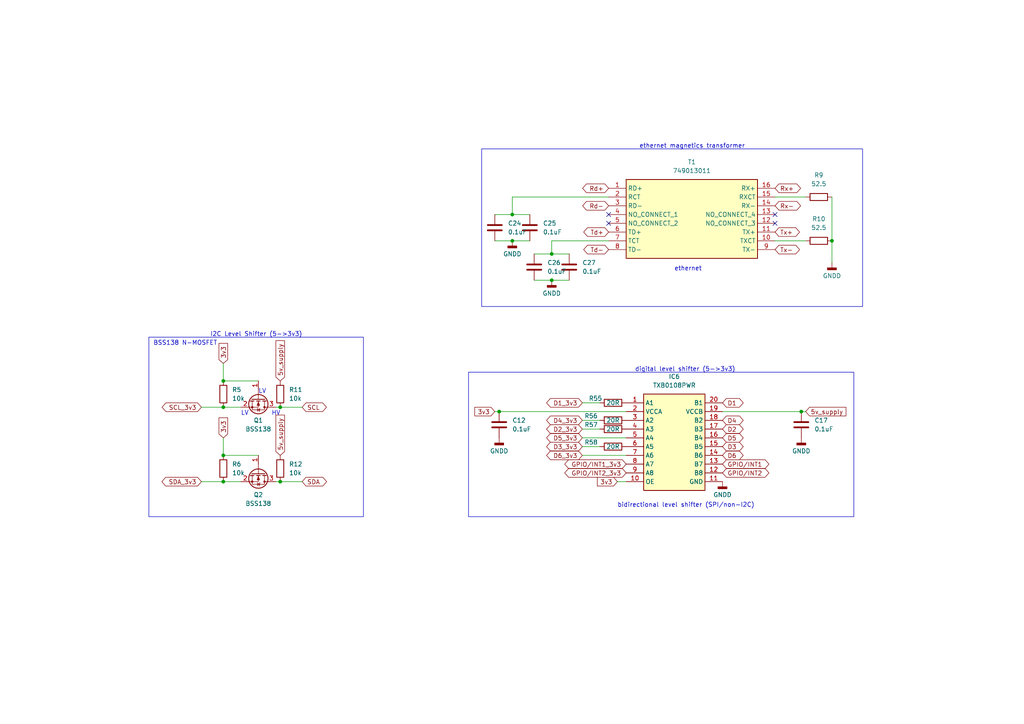
<source format=kicad_sch>
(kicad_sch (version 20231120) (generator "eeschema") (generator_version "8.0")
  (paper "A4")
  (lib_symbols
    (symbol "21xt_symbols:749013011"
      (property "Reference" "T" (at 44.45 7.62 0))
      (property "Value" "749013011" (at 44.45 5.08 0))
      (symbol "749013011_1_1"
        (rectangle (start 5.08 2.54) (end 43.18 -20.32) (stroke (width 0.254)) (fill (type background)))
        (pin passive line (at 0 0 0) (length 5.08) (name "RD+") (number "1"))
        (pin passive line (at 48.26 -15.24 180) (length 5.08) (name "TXCT") (number "10"))
        (pin passive line (at 48.26 -12.7 180) (length 5.08) (name "TX+") (number "11"))
        (pin passive line (at 48.26 -10.16 180) (length 5.08) (name "NO_CONNECT_3") (number "12"))
        (pin passive line (at 48.26 -7.62 180) (length 5.08) (name "NO_CONNECT_4") (number "13"))
        (pin passive line (at 48.26 -5.08 180) (length 5.08) (name "RX-") (number "14"))
        (pin passive line (at 48.26 -2.54 180) (length 5.08) (name "RXCT") (number "15"))
        (pin passive line (at 48.26 0 180) (length 5.08) (name "RX+") (number "16"))
        (pin passive line (at 0 -2.54 0) (length 5.08) (name "RCT") (number "2"))
        (pin passive line (at 0 -5.08 0) (length 5.08) (name "RD-") (number "3"))
        (pin passive line (at 0 -7.62 0) (length 5.08) (name "NO_CONNECT_1") (number "4"))
        (pin passive line (at 0 -10.16 0) (length 5.08) (name "NO_CONNECT_2") (number "5"))
        (pin passive line (at 0 -12.7 0) (length 5.08) (name "TD+") (number "6"))
        (pin passive line (at 0 -15.24 0) (length 5.08) (name "TCT") (number "7"))
        (pin passive line (at 0 -17.78 0) (length 5.08) (name "TD-") (number "8"))
        (pin passive line (at 48.26 -17.78 180) (length 5.08) (name "TX-") (number "9"))
      )
    )
    (symbol "21xt_symbols:TXB0108PWR"
      (property "Reference" "IC" (at 24.13 7.62 0))
      (property "Value" "TXB0108PWR" (at 24.13 5.08 0))
      (symbol "TXB0108PWR_1_1"
        (rectangle (start 5.08 2.54) (end 22.86 -25.4) (stroke (width 0.254)) (fill (type background)))
        (pin passive line (at 0 0 0) (length 5.08) (name "A1") (number "1"))
        (pin passive line (at 0 -22.86 0) (length 5.08) (name "OE") (number "10"))
        (pin passive line (at 27.94 -22.86 180) (length 5.08) (name "GND") (number "11"))
        (pin passive line (at 27.94 -20.32 180) (length 5.08) (name "B8") (number "12"))
        (pin passive line (at 27.94 -17.78 180) (length 5.08) (name "B7") (number "13"))
        (pin passive line (at 27.94 -15.24 180) (length 5.08) (name "B6") (number "14"))
        (pin passive line (at 27.94 -12.7 180) (length 5.08) (name "B5") (number "15"))
        (pin passive line (at 27.94 -10.16 180) (length 5.08) (name "B4") (number "16"))
        (pin passive line (at 27.94 -7.62 180) (length 5.08) (name "B3") (number "17"))
        (pin passive line (at 27.94 -5.08 180) (length 5.08) (name "B2") (number "18"))
        (pin passive line (at 27.94 -2.54 180) (length 5.08) (name "VCCB") (number "19"))
        (pin passive line (at 0 -2.54 0) (length 5.08) (name "VCCA") (number "2"))
        (pin passive line (at 27.94 0 180) (length 5.08) (name "B1") (number "20"))
        (pin passive line (at 0 -5.08 0) (length 5.08) (name "A2") (number "3"))
        (pin passive line (at 0 -7.62 0) (length 5.08) (name "A3") (number "4"))
        (pin passive line (at 0 -10.16 0) (length 5.08) (name "A4") (number "5"))
        (pin passive line (at 0 -12.7 0) (length 5.08) (name "A5") (number "6"))
        (pin passive line (at 0 -15.24 0) (length 5.08) (name "A6") (number "7"))
        (pin passive line (at 0 -17.78 0) (length 5.08) (name "A7") (number "8"))
        (pin passive line (at 0 -20.32 0) (length 5.08) (name "A8") (number "9"))
      )
    )
    (symbol "Device:C" (pin_numbers hide) (pin_names (offset 0.254))
      (property "Reference" "C" (at 0.635 2.54 0))
      (property "Value" "C" (at 0.635 -2.54 0))
      (symbol "C_0_1"
        (polyline (pts (xy -2.032 -0.762) (xy 2.032 -0.762)) (stroke (width 0.508)))
        (polyline (pts (xy -2.032 0.762) (xy 2.032 0.762)) (stroke (width 0.508)))
      )
      (symbol "C_1_1"
        (pin passive line (at 0 3.81 270) (length 2.794) (name "~") (number "1"))
        (pin passive line (at 0 -3.81 90) (length 2.794) (name "~") (number "2"))
      )
    )
    (symbol "Device:R" (pin_numbers hide) (pin_names (offset 0))
      (property "Reference" "R" (at 2.032 0 90))
      (property "Value" "R" (at 0 0 90))
      (symbol "R_0_1"
        (rectangle (start -1.016 -2.54) (end 1.016 2.54) (stroke (width 0.254)))
      )
      (symbol "R_1_1"
        (pin passive line (at 0 3.81 270) (length 1.27) (name "~") (number "1"))
        (pin passive line (at 0 -3.81 90) (length 1.27) (name "~") (number "2"))
      )
    )
    (symbol "Transistor_FET:BSS138" (pin_names hide)
      (property "Reference" "Q" (at 5.08 1.905 0))
      (property "Value" "BSS138" (at 5.08 0 0))
      (symbol "BSS138_0_1"
        (polyline (pts (xy 0.254 0) (xy -2.54 0)))
        (polyline (pts (xy 0.254 1.905) (xy 0.254 -1.905)) (stroke (width 0.254)))
        (polyline (pts (xy 0.762 -1.27) (xy 0.762 -2.286)) (stroke (width 0.254)))
        (polyline (pts (xy 0.762 0.508) (xy 0.762 -0.508)) (stroke (width 0.254)))
        (polyline (pts (xy 0.762 2.286) (xy 0.762 1.27)) (stroke (width 0.254)))
        (polyline (pts (xy 2.54 2.54) (xy 2.54 1.778)))
        (polyline (pts (xy 2.54 -2.54) (xy 2.54 0) (xy 0.762 0)))
        (polyline (pts (xy 0.762 -1.778) (xy 3.302 -1.778) (xy 3.302 1.778) (xy 0.762 1.778)))
        (polyline (pts (xy 1.016 0) (xy 2.032 0.381) (xy 2.032 -0.381) (xy 1.016 0)) (fill (type outline)))
        (polyline (pts (xy 2.794 0.508) (xy 2.921 0.381) (xy 3.683 0.381) (xy 3.81 0.254)))
        (polyline (pts (xy 3.302 0.381) (xy 2.921 -0.254) (xy 3.683 -0.254) (xy 3.302 0.381)))
        (circle (center 1.651 0) (radius 2.794) (stroke (width 0.254)))
        (circle (center 2.54 -1.778) (radius 0.254) (fill (type outline)))
        (circle (center 2.54 1.778) (radius 0.254) (fill (type outline)))
      )
      (symbol "BSS138_1_1"
        (pin input line (at -5.08 0 0) (length 2.54) (name "G") (number "1"))
        (pin passive line (at 2.54 -5.08 90) (length 2.54) (name "S") (number "2"))
        (pin passive line (at 2.54 5.08 270) (length 2.54) (name "D") (number "3"))
      )
    )
    (symbol "power:GNDD" (power) (pin_names (offset 0))
      (property "Value" "GNDD" (at 0 -3.175 0))
      (symbol "GNDD_0_1"
        (rectangle (start -1.27 -1.524) (end 1.27 -2.032) (stroke (width 0.254)) (fill (type outline)))
        (polyline (pts (xy 0 0) (xy 0 -1.524)))
      )
      (symbol "GNDD_1_1"
        (pin power_in line (at 0 0 270) (length 0) hide (name "GNDD") (number "1"))
      )
    )
  )
  (junction (at 81.28 118.11))
  (junction (at 241.3 69.85))
  (junction (at 81.28 139.7))
  (junction (at 64.77 118.11))
  (junction (at 148.59 62.23))
  (junction (at 64.77 139.7))
  (junction (at 64.77 132.08))
  (junction (at 148.59 69.85))
  (junction (at 232.41 119.38))
  (junction (at 160.02 81.28))
  (junction (at 160.02 73.66))
  (junction (at 64.77 110.49))
  (junction (at 144.78 119.38))
  (no_connect (at 224.79 62.23))
  (no_connect (at 224.79 64.77))
  (no_connect (at 176.53 62.23))
  (no_connect (at 176.53 64.77))
  (wire (pts (xy 143.51 69.85) (xy 148.59 69.85)))
  (wire (pts (xy 64.77 139.7) (xy 69.85 139.7)))
  (wire (pts (xy 233.68 69.85) (xy 224.79 69.85)))
  (wire (pts (xy 87.63 118.11) (xy 81.28 118.11)))
  (wire (pts (xy 241.3 57.15) (xy 241.3 69.85)))
  (wire (pts (xy 143.51 62.23) (xy 148.59 62.23)))
  (wire (pts (xy 148.59 62.23) (xy 153.67 62.23)))
  (wire (pts (xy 241.3 69.85) (xy 241.3 76.2)))
  (wire (pts (xy 232.41 119.38) (xy 233.68 119.38)))
  (wire (pts (xy 148.59 57.15) (xy 148.59 62.23)))
  (wire (pts (xy 64.77 105.41) (xy 64.77 110.49)))
  (wire (pts (xy 160.02 81.28) (xy 165.1 81.28)))
  (wire (pts (xy 168.91 127) (xy 181.61 127)))
  (wire (pts (xy 64.77 127) (xy 64.77 132.08)))
  (wire (pts (xy 148.59 69.85) (xy 153.67 69.85)))
  (wire (pts (xy 160.02 73.66) (xy 165.1 73.66)))
  (wire (pts (xy 58.42 118.11) (xy 64.77 118.11)))
  (wire (pts (xy 224.79 57.15) (xy 233.68 57.15)))
  (wire (pts (xy 168.91 132.08) (xy 181.61 132.08)))
  (wire (pts (xy 81.28 139.7) (xy 80.01 139.7)))
  (wire (pts (xy 154.94 81.28) (xy 160.02 81.28)))
  (wire (pts (xy 143.51 119.38) (xy 144.78 119.38)))
  (wire (pts (xy 179.07 139.7) (xy 181.61 139.7)))
  (wire (pts (xy 168.91 116.84) (xy 173.99 116.84)))
  (wire (pts (xy 81.28 118.11) (xy 80.01 118.11)))
  (wire (pts (xy 64.77 110.49) (xy 74.93 110.49)))
  (wire (pts (xy 64.77 118.11) (xy 69.85 118.11)))
  (wire (pts (xy 168.91 121.92) (xy 173.99 121.92)))
  (wire (pts (xy 168.91 124.46) (xy 173.99 124.46)))
  (wire (pts (xy 176.53 57.15) (xy 148.59 57.15)))
  (wire (pts (xy 176.53 69.85) (xy 160.02 69.85)))
  (wire (pts (xy 58.42 139.7) (xy 64.77 139.7)))
  (wire (pts (xy 209.55 119.38) (xy 232.41 119.38)))
  (wire (pts (xy 160.02 69.85) (xy 160.02 73.66)))
  (wire (pts (xy 144.78 119.38) (xy 181.61 119.38)))
  (wire (pts (xy 168.91 129.54) (xy 173.99 129.54)))
  (wire (pts (xy 64.77 132.08) (xy 74.93 132.08)))
  (wire (pts (xy 87.63 139.7) (xy 81.28 139.7)))
  (wire (pts (xy 154.94 73.66) (xy 160.02 73.66)))
  (rectangle (start 43.18 97.79) (end 105.41 149.86))
  (rectangle (start 135.89 107.95) (end 247.65 149.86))
  (rectangle (start 139.7 43.18) (end 250.19 88.9))
  (text "I2C Level Shifter (5->3v3)" (at 60.96 97.79 0) (effects (font (size 1.27 1.27)) (justify left bottom)))
  (text "ethernet magnetics transformer" (at 185.42 43.18 0) (effects (font (size 1.27 1.27)) (justify left bottom)))
  (text "HV" (at 78.74 120.65 0) (effects (font (size 1.27 1.27)) (justify left bottom)))
  (text "digital level shifter (5->3v3)" (at 184.15 107.95 0) (effects (font (size 1.27 1.27)) (justify left bottom)))
  (text "LV" (at 74.93 114.3 0) (effects (font (size 1.27 1.27)) (justify left bottom)))
  (text "bidirectional level shifter (SPI/non-I2C)" (at 179.07 147.32 0) (effects (font (size 1.27 1.27)) (justify left bottom)))
  (text "LV" (at 69.85 120.65 0) (effects (font (size 1.27 1.27)) (justify left bottom)))
  (text "BSS138 N-MOSFET" (at 44.45 100.33 0) (effects (font (size 1.27 1.27)) (justify left bottom)))
  (text "ethernet" (at 195.58 78.74 0) (effects (font (size 1.27 1.27)) (justify left bottom)))
  (global_label "Td-" (shape bidirectional) (at 176.53 72.39 180) (property "Intersheetrefs" "${INTERSHEET_REFS}" (effects (hide yes))))
  (global_label "Tx+" (shape bidirectional) (at 224.79 67.31 0) (property "Intersheetrefs" "${INTERSHEET_REFS}" (effects (hide yes))))
  (global_label "5v_supply" (shape input) (at 81.28 132.08 90) (property "Intersheetrefs" "${INTERSHEET_REFS}" (effects (hide yes))))
  (global_label "SCL_3v3" (shape bidirectional) (at 58.42 118.11 180) (property "Intersheetrefs" "${INTERSHEET_REFS}" (effects (hide yes))))
  (global_label "5v_supply" (shape input) (at 81.28 110.49 90) (property "Intersheetrefs" "${INTERSHEET_REFS}" (effects (hide yes))))
  (global_label "D4_3v3" (shape bidirectional) (at 168.91 121.92 180) (property "Intersheetrefs" "${INTERSHEET_REFS}" (effects (hide yes))))
  (global_label "D3_3v3" (shape bidirectional) (at 168.91 129.54 180) (property "Intersheetrefs" "${INTERSHEET_REFS}" (effects (hide yes))))
  (global_label "Rd+" (shape bidirectional) (at 176.53 54.61 180) (property "Intersheetrefs" "${INTERSHEET_REFS}" (effects (hide yes))))
  (global_label "Rd-" (shape bidirectional) (at 176.53 59.69 180) (property "Intersheetrefs" "${INTERSHEET_REFS}" (effects (hide yes))))
  (global_label "GPIO{slash}INT1_3v3" (shape bidirectional) (at 181.61 134.62 180) (property "Intersheetrefs" "${INTERSHEET_REFS}" (effects (hide yes))))
  (global_label "5v_supply" (shape input) (at 233.68 119.38 0) (property "Intersheetrefs" "${INTERSHEET_REFS}" (effects (hide yes))))
  (global_label "GPIO{slash}INT2_3v3" (shape bidirectional) (at 181.61 137.16 180) (property "Intersheetrefs" "${INTERSHEET_REFS}" (effects (hide yes))))
  (global_label "SDA" (shape bidirectional) (at 87.63 139.7 0) (property "Intersheetrefs" "${INTERSHEET_REFS}" (effects (hide yes))))
  (global_label "3v3" (shape input) (at 64.77 127 90) (property "Intersheetrefs" "${INTERSHEET_REFS}" (effects (hide yes))))
  (global_label "D2_3v3" (shape bidirectional) (at 168.91 124.46 180) (property "Intersheetrefs" "${INTERSHEET_REFS}" (effects (hide yes))))
  (global_label "Td+" (shape bidirectional) (at 176.53 67.31 180) (property "Intersheetrefs" "${INTERSHEET_REFS}" (effects (hide yes))))
  (global_label "SDA_3v3" (shape bidirectional) (at 58.42 139.7 180) (property "Intersheetrefs" "${INTERSHEET_REFS}" (effects (hide yes))))
  (global_label "3v3" (shape input) (at 143.51 119.38 180) (property "Intersheetrefs" "${INTERSHEET_REFS}" (effects (hide yes))))
  (global_label "Rx-" (shape bidirectional) (at 224.79 59.69 0) (property "Intersheetrefs" "${INTERSHEET_REFS}" (effects (hide yes))))
  (global_label "D3" (shape bidirectional) (at 209.55 129.54 0) (property "Intersheetrefs" "${INTERSHEET_REFS}" (effects (hide yes))))
  (global_label "GPIO{slash}INT2" (shape bidirectional) (at 209.55 137.16 0) (property "Intersheetrefs" "${INTERSHEET_REFS}" (effects (hide yes))))
  (global_label "D6_3v3" (shape bidirectional) (at 168.91 132.08 180) (property "Intersheetrefs" "${INTERSHEET_REFS}" (effects (hide yes))))
  (global_label "3v3" (shape input) (at 179.07 139.7 180) (property "Intersheetrefs" "${INTERSHEET_REFS}" (effects (hide yes))))
  (global_label "D1_3v3" (shape bidirectional) (at 168.91 116.84 180) (property "Intersheetrefs" "${INTERSHEET_REFS}" (effects (hide yes))))
  (global_label "3v3" (shape input) (at 64.77 105.41 90) (property "Intersheetrefs" "${INTERSHEET_REFS}" (effects (hide yes))))
  (global_label "D5_3v3" (shape bidirectional) (at 168.91 127 180) (property "Intersheetrefs" "${INTERSHEET_REFS}" (effects (hide yes))))
  (global_label "D2" (shape bidirectional) (at 209.55 124.46 0) (property "Intersheetrefs" "${INTERSHEET_REFS}" (effects (hide yes))))
  (global_label "SCL" (shape bidirectional) (at 87.63 118.11 0) (property "Intersheetrefs" "${INTERSHEET_REFS}" (effects (hide yes))))
  (global_label "D4" (shape bidirectional) (at 209.55 121.92 0) (property "Intersheetrefs" "${INTERSHEET_REFS}" (effects (hide yes))))
  (global_label "Tx-" (shape bidirectional) (at 224.79 72.39 0) (property "Intersheetrefs" "${INTERSHEET_REFS}" (effects (hide yes))))
  (global_label "Rx+" (shape bidirectional) (at 224.79 54.61 0) (property "Intersheetrefs" "${INTERSHEET_REFS}" (effects (hide yes))))
  (global_label "D1" (shape bidirectional) (at 209.55 116.84 0) (property "Intersheetrefs" "${INTERSHEET_REFS}" (effects (hide yes))))
  (global_label "D6" (shape bidirectional) (at 209.55 132.08 0) (property "Intersheetrefs" "${INTERSHEET_REFS}" (effects (hide yes))))
  (global_label "D5" (shape bidirectional) (at 209.55 127 0) (property "Intersheetrefs" "${INTERSHEET_REFS}" (effects (hide yes))))
  (global_label "GPIO{slash}INT1" (shape bidirectional) (at 209.55 134.62 0) (property "Intersheetrefs" "${INTERSHEET_REFS}" (effects (hide yes))))
  (symbol (lib_id "power:GNDD") (at 144.78 127 0) (unit 1)
    (property "Reference" "#PWR07" (effects (hide yes)))
    (property "Value" "GNDD" (at 144.78 130.81 0))
  )
  (symbol (lib_id "21xt_symbols:749013011") (at 176.53 54.61 0) (unit 1)
    (property "Reference" "T1" (at 200.66 46.99 0))
    (property "Value" "749013011" (at 200.66 49.53 0))
    (property "Footprint" "21xt_footprints:749013011" (effects (hide yes)))
    (property "Datasheet" "https://www.we-online.de/katalog/datasheet/749013011.pdf" (effects (hide yes)))
    (property "Height" "5.33" (effects (hide yes)))
    (property "Mouser Part Number" "710-749013011" (effects (hide yes)))
    (property "Mouser Price/Stock" "https://www.mouser.co.uk/ProductDetail/Wurth-Elektronik/749013011?qs=2sV1BwmkawRYxGj1O9AWzA%3D%3D" (effects (hide yes)))
    (property "Manufacturer_Name" "Wurth Elektronik" (effects (hide yes)))
    (property "Manufacturer_Part_Number" "749013011" (effects (hide yes)))
  )
  (symbol (lib_id "power:GNDD") (at 209.55 139.7 0) (unit 1)
    (property "Reference" "#PWR011" (effects (hide yes)))
    (property "Value" "GNDD" (at 209.55 143.51 0))
  )
  (symbol (lib_id "Device:C") (at 153.67 66.04 0) (unit 1)
    (property "Reference" "C25" (at 157.48 64.77 0) (effects (justify left)))
    (property "Value" "0.1uF" (at 157.48 67.31 0) (effects (justify left)))
    (property "Footprint" "Capacitor_SMD:C_0402_1005Metric" (effects (hide yes)))
  )
  (symbol (lib_id "power:GNDD") (at 160.02 81.28 0) (unit 1)
    (property "Reference" "#PWR035" (effects (hide yes)))
    (property "Value" "GNDD" (at 160.02 85.09 0))
  )
  (symbol (lib_id "power:GNDD") (at 232.41 127 0) (unit 1)
    (property "Reference" "#PWR015" (effects (hide yes)))
    (property "Value" "GNDD" (at 232.41 130.81 0))
  )
  (symbol (lib_id "Device:R") (at 64.77 135.89 0) (unit 1)
    (property "Reference" "R6" (at 67.31 134.62 0) (effects (justify left)))
    (property "Value" "10k" (at 67.31 137.16 0) (effects (justify left)))
    (property "Footprint" "Resistor_SMD:R_0402_1005Metric" (effects (hide yes)))
  )
  (symbol (lib_id "power:GNDD") (at 148.59 69.85 0) (unit 1)
    (property "Reference" "#PWR030" (effects (hide yes)))
    (property "Value" "GNDD" (at 148.59 73.66 0))
  )
  (symbol (lib_id "Device:R") (at 177.8 121.92 90) (unit 1)
    (property "Reference" "R56" (at 171.45 120.65 90))
    (property "Value" "20R" (at 177.8 121.92 90))
    (property "Footprint" "Resistor_SMD:R_0402_1005Metric" (effects (hide yes)))
  )
  (symbol (lib_id "Transistor_FET:BSS138") (at 74.93 115.57 270) (unit 1)
    (property "Reference" "Q1" (at 74.93 121.92 90))
    (property "Value" "BSS138" (at 74.93 124.46 90))
    (property "Footprint" "Package_TO_SOT_SMD:SOT-23" (effects (hide yes)))
    (property "Datasheet" "https://www.onsemi.com/pub/Collateral/BSS138-D.PDF" (effects (hide yes)))
    (property "Description" "50V Vds, 0.22A Id, N-Channel MOSFET, SOT-23" (effects (hide yes)))
  )
  (symbol (lib_id "Device:C") (at 232.41 123.19 0) (unit 1)
    (property "Reference" "C17" (at 236.22 121.92 0) (effects (justify left)))
    (property "Value" "0.1uF" (at 236.22 124.46 0) (effects (justify left)))
    (property "Footprint" "Capacitor_SMD:C_0402_1005Metric" (effects (hide yes)))
  )
  (symbol (lib_id "21xt_symbols:TXB0108PWR") (at 181.61 116.84 0) (unit 1)
    (property "Reference" "IC6" (at 195.58 109.22 0))
    (property "Value" "TXB0108PWR" (at 195.58 111.76 0))
    (property "Footprint" "21xt_footprints:SOP65P640X120-20N" (effects (hide yes)))
    (property "Datasheet" "http://www.ti.com/lit/ds/symlink/txb0108.pdf" (effects (hide yes)))
    (property "Height" "1.2" (effects (hide yes)))
    (property "Mouser Part Number" "595-TXB0108PWR" (effects (hide yes)))
    (property "Mouser Price/Stock" "https://www.mouser.co.uk/ProductDetail/Texas-Instruments/TXB0108PWR?qs=oFXvjAmG9EgEUWGWzOVFCA%3D%3D" (effects (hide yes)))
    (property "Manufacturer_Name" "Texas Instruments" (effects (hide yes)))
    (property "Manufacturer_Part_Number" "TXB0108PWR" (effects (hide yes)))
  )
  (symbol (lib_id "Device:C") (at 143.51 66.04 0) (unit 1)
    (property "Reference" "C24" (at 147.32 64.77 0) (effects (justify left)))
    (property "Value" "0.1uF" (at 147.32 67.31 0) (effects (justify left)))
    (property "Footprint" "Capacitor_SMD:C_0402_1005Metric" (effects (hide yes)))
  )
  (symbol (lib_id "Transistor_FET:BSS138") (at 74.93 137.16 270) (unit 1)
    (property "Reference" "Q2" (at 74.93 143.51 90))
    (property "Value" "BSS138" (at 74.93 146.05 90))
    (property "Footprint" "Package_TO_SOT_SMD:SOT-23" (effects (hide yes)))
    (property "Datasheet" "https://www.onsemi.com/pub/Collateral/BSS138-D.PDF" (effects (hide yes)))
    (property "Description" "50V Vds, 0.22A Id, N-Channel MOSFET, SOT-23" (effects (hide yes)))
  )
  (symbol (lib_id "Device:C") (at 154.94 77.47 0) (unit 1)
    (property "Reference" "C26" (at 158.75 76.2 0) (effects (justify left)))
    (property "Value" "0.1uF" (at 158.75 78.74 0) (effects (justify left)))
    (property "Footprint" "Capacitor_SMD:C_0402_1005Metric" (effects (hide yes)))
  )
  (symbol (lib_id "power:GNDD") (at 241.3 76.2 0) (unit 1)
    (property "Reference" "#PWR040" (effects (hide yes)))
    (property "Value" "GNDD" (at 241.3 80.01 0))
  )
  (symbol (lib_id "Device:C") (at 144.78 123.19 0) (unit 1)
    (property "Reference" "C12" (at 148.59 121.92 0) (effects (justify left)))
    (property "Value" "0.1uF" (at 148.59 124.46 0) (effects (justify left)))
    (property "Footprint" "Capacitor_SMD:C_0402_1005Metric" (effects (hide yes)))
  )
  (symbol (lib_id "Device:R") (at 177.8 116.84 90) (unit 1)
    (property "Reference" "R55" (at 172.72 115.57 90))
    (property "Value" "20R" (at 177.8 116.84 90))
    (property "Footprint" "Resistor_SMD:R_0402_1005Metric" (effects (hide yes)))
  )
  (symbol (lib_id "Device:R") (at 237.49 69.85 90) (unit 1)
    (property "Reference" "R10" (at 237.49 63.5 90))
    (property "Value" "52.5" (at 237.49 66.04 90))
    (property "Footprint" "Resistor_SMD:R_0402_1005Metric" (effects (hide yes)))
  )
  (symbol (lib_id "Device:R") (at 177.8 129.54 90) (unit 1)
    (property "Reference" "R58" (at 171.45 128.27 90))
    (property "Value" "20R" (at 177.8 129.54 90))
    (property "Footprint" "Resistor_SMD:R_0402_1005Metric" (effects (hide yes)))
  )
  (symbol (lib_id "Device:R") (at 64.77 114.3 0) (unit 1)
    (property "Reference" "R5" (at 67.31 113.03 0) (effects (justify left)))
    (property "Value" "10k" (at 67.31 115.57 0) (effects (justify left)))
    (property "Footprint" "Resistor_SMD:R_0402_1005Metric" (effects (hide yes)))
  )
  (symbol (lib_id "Device:R") (at 237.49 57.15 90) (unit 1)
    (property "Reference" "R9" (at 237.49 50.8 90))
    (property "Value" "52.5" (at 237.49 53.34 90))
    (property "Footprint" "Resistor_SMD:R_0402_1005Metric" (effects (hide yes)))
  )
  (symbol (lib_id "Device:R") (at 81.28 135.89 0) (unit 1)
    (property "Reference" "R12" (at 83.82 134.62 0) (effects (justify left)))
    (property "Value" "10k" (at 83.82 137.16 0) (effects (justify left)))
    (property "Footprint" "Resistor_SMD:R_0402_1005Metric" (effects (hide yes)))
  )
  (symbol (lib_id "Device:R") (at 177.8 124.46 90) (unit 1)
    (property "Reference" "R57" (at 171.45 123.19 90))
    (property "Value" "20R" (at 177.8 124.46 90))
    (property "Footprint" "Resistor_SMD:R_0402_1005Metric" (effects (hide yes)))
  )
  (symbol (lib_id "Device:R") (at 81.28 114.3 0) (unit 1)
    (property "Reference" "R11" (at 83.82 113.03 0) (effects (justify left)))
    (property "Value" "10k" (at 83.82 115.57 0) (effects (justify left)))
    (property "Footprint" "Resistor_SMD:R_0402_1005Metric" (effects (hide yes)))
  )
  (symbol (lib_id "Device:C") (at 165.1 77.47 0) (unit 1)
    (property "Reference" "C27" (at 168.91 76.2 0) (effects (justify left)))
    (property "Value" "0.1uF" (at 168.91 78.74 0) (effects (justify left)))
    (property "Footprint" "Capacitor_SMD:C_0402_1005Metric" (effects (hide yes)))
  )
)
</source>
